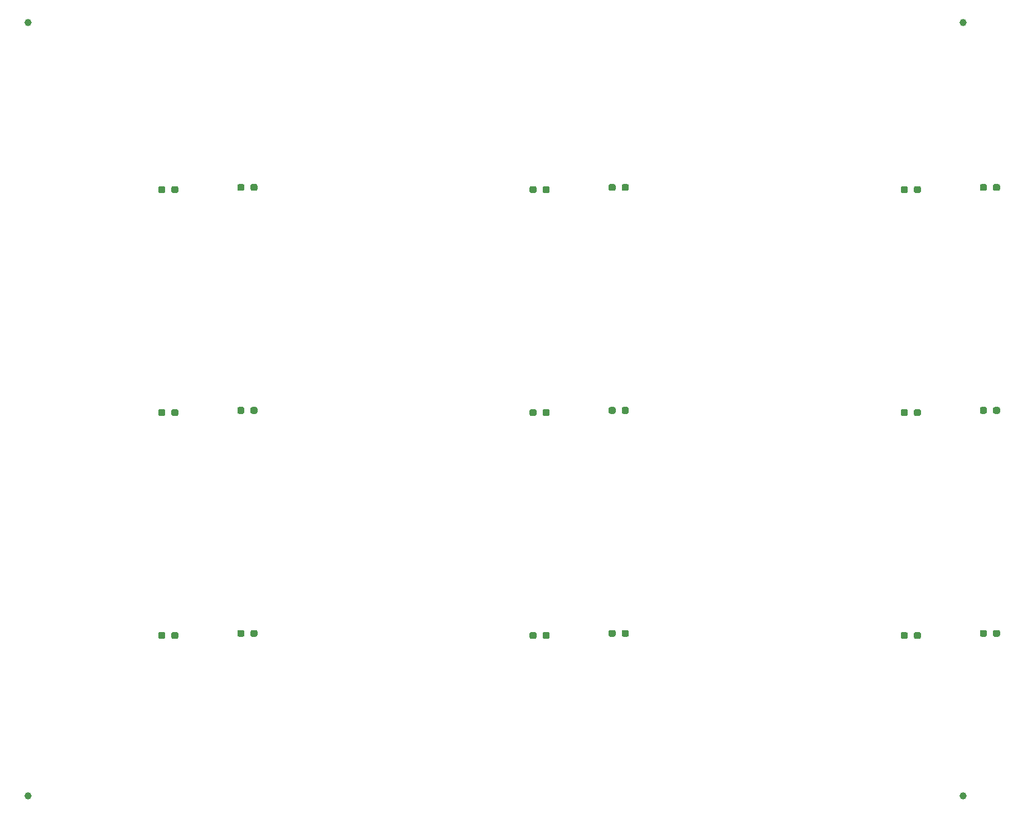
<source format=gbr>
%TF.GenerationSoftware,KiCad,Pcbnew,(5.1.8)-1*%
%TF.CreationDate,2021-02-10T13:28:32-06:00*%
%TF.ProjectId,PanelDrivers,50616e65-6c44-4726-9976-6572732e6b69,rev?*%
%TF.SameCoordinates,Original*%
%TF.FileFunction,Paste,Bot*%
%TF.FilePolarity,Positive*%
%FSLAX46Y46*%
G04 Gerber Fmt 4.6, Leading zero omitted, Abs format (unit mm)*
G04 Created by KiCad (PCBNEW (5.1.8)-1) date 2021-02-10 13:28:32*
%MOMM*%
%LPD*%
G01*
G04 APERTURE LIST*
%ADD10C,1.000000*%
G04 APERTURE END LIST*
%TO.C,R40*%
G36*
G01*
X194125000Y-132637500D02*
X194125000Y-132162500D01*
G75*
G02*
X194362500Y-131925000I237500J0D01*
G01*
X194862500Y-131925000D01*
G75*
G02*
X195100000Y-132162500I0J-237500D01*
G01*
X195100000Y-132637500D01*
G75*
G02*
X194862500Y-132875000I-237500J0D01*
G01*
X194362500Y-132875000D01*
G75*
G02*
X194125000Y-132637500I0J237500D01*
G01*
G37*
G36*
G01*
X192300000Y-132637500D02*
X192300000Y-132162500D01*
G75*
G02*
X192537500Y-131925000I237500J0D01*
G01*
X193037500Y-131925000D01*
G75*
G02*
X193275000Y-132162500I0J-237500D01*
G01*
X193275000Y-132637500D01*
G75*
G02*
X193037500Y-132875000I-237500J0D01*
G01*
X192537500Y-132875000D01*
G75*
G02*
X192300000Y-132637500I0J237500D01*
G01*
G37*
%TD*%
%TO.C,R40*%
G36*
G01*
X142525000Y-132637500D02*
X142525000Y-132162500D01*
G75*
G02*
X142762500Y-131925000I237500J0D01*
G01*
X143262500Y-131925000D01*
G75*
G02*
X143500000Y-132162500I0J-237500D01*
G01*
X143500000Y-132637500D01*
G75*
G02*
X143262500Y-132875000I-237500J0D01*
G01*
X142762500Y-132875000D01*
G75*
G02*
X142525000Y-132637500I0J237500D01*
G01*
G37*
G36*
G01*
X140700000Y-132637500D02*
X140700000Y-132162500D01*
G75*
G02*
X140937500Y-131925000I237500J0D01*
G01*
X141437500Y-131925000D01*
G75*
G02*
X141675000Y-132162500I0J-237500D01*
G01*
X141675000Y-132637500D01*
G75*
G02*
X141437500Y-132875000I-237500J0D01*
G01*
X140937500Y-132875000D01*
G75*
G02*
X140700000Y-132637500I0J237500D01*
G01*
G37*
%TD*%
%TO.C,R40*%
G36*
G01*
X90925000Y-132637500D02*
X90925000Y-132162500D01*
G75*
G02*
X91162500Y-131925000I237500J0D01*
G01*
X91662500Y-131925000D01*
G75*
G02*
X91900000Y-132162500I0J-237500D01*
G01*
X91900000Y-132637500D01*
G75*
G02*
X91662500Y-132875000I-237500J0D01*
G01*
X91162500Y-132875000D01*
G75*
G02*
X90925000Y-132637500I0J237500D01*
G01*
G37*
G36*
G01*
X89100000Y-132637500D02*
X89100000Y-132162500D01*
G75*
G02*
X89337500Y-131925000I237500J0D01*
G01*
X89837500Y-131925000D01*
G75*
G02*
X90075000Y-132162500I0J-237500D01*
G01*
X90075000Y-132637500D01*
G75*
G02*
X89837500Y-132875000I-237500J0D01*
G01*
X89337500Y-132875000D01*
G75*
G02*
X89100000Y-132637500I0J237500D01*
G01*
G37*
%TD*%
%TO.C,R40*%
G36*
G01*
X194125000Y-101637500D02*
X194125000Y-101162500D01*
G75*
G02*
X194362500Y-100925000I237500J0D01*
G01*
X194862500Y-100925000D01*
G75*
G02*
X195100000Y-101162500I0J-237500D01*
G01*
X195100000Y-101637500D01*
G75*
G02*
X194862500Y-101875000I-237500J0D01*
G01*
X194362500Y-101875000D01*
G75*
G02*
X194125000Y-101637500I0J237500D01*
G01*
G37*
G36*
G01*
X192300000Y-101637500D02*
X192300000Y-101162500D01*
G75*
G02*
X192537500Y-100925000I237500J0D01*
G01*
X193037500Y-100925000D01*
G75*
G02*
X193275000Y-101162500I0J-237500D01*
G01*
X193275000Y-101637500D01*
G75*
G02*
X193037500Y-101875000I-237500J0D01*
G01*
X192537500Y-101875000D01*
G75*
G02*
X192300000Y-101637500I0J237500D01*
G01*
G37*
%TD*%
%TO.C,R40*%
G36*
G01*
X142525000Y-101637500D02*
X142525000Y-101162500D01*
G75*
G02*
X142762500Y-100925000I237500J0D01*
G01*
X143262500Y-100925000D01*
G75*
G02*
X143500000Y-101162500I0J-237500D01*
G01*
X143500000Y-101637500D01*
G75*
G02*
X143262500Y-101875000I-237500J0D01*
G01*
X142762500Y-101875000D01*
G75*
G02*
X142525000Y-101637500I0J237500D01*
G01*
G37*
G36*
G01*
X140700000Y-101637500D02*
X140700000Y-101162500D01*
G75*
G02*
X140937500Y-100925000I237500J0D01*
G01*
X141437500Y-100925000D01*
G75*
G02*
X141675000Y-101162500I0J-237500D01*
G01*
X141675000Y-101637500D01*
G75*
G02*
X141437500Y-101875000I-237500J0D01*
G01*
X140937500Y-101875000D01*
G75*
G02*
X140700000Y-101637500I0J237500D01*
G01*
G37*
%TD*%
%TO.C,R40*%
G36*
G01*
X90925000Y-101637500D02*
X90925000Y-101162500D01*
G75*
G02*
X91162500Y-100925000I237500J0D01*
G01*
X91662500Y-100925000D01*
G75*
G02*
X91900000Y-101162500I0J-237500D01*
G01*
X91900000Y-101637500D01*
G75*
G02*
X91662500Y-101875000I-237500J0D01*
G01*
X91162500Y-101875000D01*
G75*
G02*
X90925000Y-101637500I0J237500D01*
G01*
G37*
G36*
G01*
X89100000Y-101637500D02*
X89100000Y-101162500D01*
G75*
G02*
X89337500Y-100925000I237500J0D01*
G01*
X89837500Y-100925000D01*
G75*
G02*
X90075000Y-101162500I0J-237500D01*
G01*
X90075000Y-101637500D01*
G75*
G02*
X89837500Y-101875000I-237500J0D01*
G01*
X89337500Y-101875000D01*
G75*
G02*
X89100000Y-101637500I0J237500D01*
G01*
G37*
%TD*%
%TO.C,R40*%
G36*
G01*
X194125000Y-70637500D02*
X194125000Y-70162500D01*
G75*
G02*
X194362500Y-69925000I237500J0D01*
G01*
X194862500Y-69925000D01*
G75*
G02*
X195100000Y-70162500I0J-237500D01*
G01*
X195100000Y-70637500D01*
G75*
G02*
X194862500Y-70875000I-237500J0D01*
G01*
X194362500Y-70875000D01*
G75*
G02*
X194125000Y-70637500I0J237500D01*
G01*
G37*
G36*
G01*
X192300000Y-70637500D02*
X192300000Y-70162500D01*
G75*
G02*
X192537500Y-69925000I237500J0D01*
G01*
X193037500Y-69925000D01*
G75*
G02*
X193275000Y-70162500I0J-237500D01*
G01*
X193275000Y-70637500D01*
G75*
G02*
X193037500Y-70875000I-237500J0D01*
G01*
X192537500Y-70875000D01*
G75*
G02*
X192300000Y-70637500I0J237500D01*
G01*
G37*
%TD*%
%TO.C,R40*%
G36*
G01*
X142525000Y-70637500D02*
X142525000Y-70162500D01*
G75*
G02*
X142762500Y-69925000I237500J0D01*
G01*
X143262500Y-69925000D01*
G75*
G02*
X143500000Y-70162500I0J-237500D01*
G01*
X143500000Y-70637500D01*
G75*
G02*
X143262500Y-70875000I-237500J0D01*
G01*
X142762500Y-70875000D01*
G75*
G02*
X142525000Y-70637500I0J237500D01*
G01*
G37*
G36*
G01*
X140700000Y-70637500D02*
X140700000Y-70162500D01*
G75*
G02*
X140937500Y-69925000I237500J0D01*
G01*
X141437500Y-69925000D01*
G75*
G02*
X141675000Y-70162500I0J-237500D01*
G01*
X141675000Y-70637500D01*
G75*
G02*
X141437500Y-70875000I-237500J0D01*
G01*
X140937500Y-70875000D01*
G75*
G02*
X140700000Y-70637500I0J237500D01*
G01*
G37*
%TD*%
%TO.C,R41*%
G36*
G01*
X181300000Y-132937500D02*
X181300000Y-132462500D01*
G75*
G02*
X181537500Y-132225000I237500J0D01*
G01*
X182037500Y-132225000D01*
G75*
G02*
X182275000Y-132462500I0J-237500D01*
G01*
X182275000Y-132937500D01*
G75*
G02*
X182037500Y-133175000I-237500J0D01*
G01*
X181537500Y-133175000D01*
G75*
G02*
X181300000Y-132937500I0J237500D01*
G01*
G37*
G36*
G01*
X183125000Y-132937500D02*
X183125000Y-132462500D01*
G75*
G02*
X183362500Y-132225000I237500J0D01*
G01*
X183862500Y-132225000D01*
G75*
G02*
X184100000Y-132462500I0J-237500D01*
G01*
X184100000Y-132937500D01*
G75*
G02*
X183862500Y-133175000I-237500J0D01*
G01*
X183362500Y-133175000D01*
G75*
G02*
X183125000Y-132937500I0J237500D01*
G01*
G37*
%TD*%
%TO.C,R41*%
G36*
G01*
X129700000Y-132937500D02*
X129700000Y-132462500D01*
G75*
G02*
X129937500Y-132225000I237500J0D01*
G01*
X130437500Y-132225000D01*
G75*
G02*
X130675000Y-132462500I0J-237500D01*
G01*
X130675000Y-132937500D01*
G75*
G02*
X130437500Y-133175000I-237500J0D01*
G01*
X129937500Y-133175000D01*
G75*
G02*
X129700000Y-132937500I0J237500D01*
G01*
G37*
G36*
G01*
X131525000Y-132937500D02*
X131525000Y-132462500D01*
G75*
G02*
X131762500Y-132225000I237500J0D01*
G01*
X132262500Y-132225000D01*
G75*
G02*
X132500000Y-132462500I0J-237500D01*
G01*
X132500000Y-132937500D01*
G75*
G02*
X132262500Y-133175000I-237500J0D01*
G01*
X131762500Y-133175000D01*
G75*
G02*
X131525000Y-132937500I0J237500D01*
G01*
G37*
%TD*%
%TO.C,R41*%
G36*
G01*
X78100000Y-132937500D02*
X78100000Y-132462500D01*
G75*
G02*
X78337500Y-132225000I237500J0D01*
G01*
X78837500Y-132225000D01*
G75*
G02*
X79075000Y-132462500I0J-237500D01*
G01*
X79075000Y-132937500D01*
G75*
G02*
X78837500Y-133175000I-237500J0D01*
G01*
X78337500Y-133175000D01*
G75*
G02*
X78100000Y-132937500I0J237500D01*
G01*
G37*
G36*
G01*
X79925000Y-132937500D02*
X79925000Y-132462500D01*
G75*
G02*
X80162500Y-132225000I237500J0D01*
G01*
X80662500Y-132225000D01*
G75*
G02*
X80900000Y-132462500I0J-237500D01*
G01*
X80900000Y-132937500D01*
G75*
G02*
X80662500Y-133175000I-237500J0D01*
G01*
X80162500Y-133175000D01*
G75*
G02*
X79925000Y-132937500I0J237500D01*
G01*
G37*
%TD*%
%TO.C,R41*%
G36*
G01*
X181300000Y-101937500D02*
X181300000Y-101462500D01*
G75*
G02*
X181537500Y-101225000I237500J0D01*
G01*
X182037500Y-101225000D01*
G75*
G02*
X182275000Y-101462500I0J-237500D01*
G01*
X182275000Y-101937500D01*
G75*
G02*
X182037500Y-102175000I-237500J0D01*
G01*
X181537500Y-102175000D01*
G75*
G02*
X181300000Y-101937500I0J237500D01*
G01*
G37*
G36*
G01*
X183125000Y-101937500D02*
X183125000Y-101462500D01*
G75*
G02*
X183362500Y-101225000I237500J0D01*
G01*
X183862500Y-101225000D01*
G75*
G02*
X184100000Y-101462500I0J-237500D01*
G01*
X184100000Y-101937500D01*
G75*
G02*
X183862500Y-102175000I-237500J0D01*
G01*
X183362500Y-102175000D01*
G75*
G02*
X183125000Y-101937500I0J237500D01*
G01*
G37*
%TD*%
%TO.C,R41*%
G36*
G01*
X129700000Y-101937500D02*
X129700000Y-101462500D01*
G75*
G02*
X129937500Y-101225000I237500J0D01*
G01*
X130437500Y-101225000D01*
G75*
G02*
X130675000Y-101462500I0J-237500D01*
G01*
X130675000Y-101937500D01*
G75*
G02*
X130437500Y-102175000I-237500J0D01*
G01*
X129937500Y-102175000D01*
G75*
G02*
X129700000Y-101937500I0J237500D01*
G01*
G37*
G36*
G01*
X131525000Y-101937500D02*
X131525000Y-101462500D01*
G75*
G02*
X131762500Y-101225000I237500J0D01*
G01*
X132262500Y-101225000D01*
G75*
G02*
X132500000Y-101462500I0J-237500D01*
G01*
X132500000Y-101937500D01*
G75*
G02*
X132262500Y-102175000I-237500J0D01*
G01*
X131762500Y-102175000D01*
G75*
G02*
X131525000Y-101937500I0J237500D01*
G01*
G37*
%TD*%
%TO.C,R41*%
G36*
G01*
X78100000Y-101937500D02*
X78100000Y-101462500D01*
G75*
G02*
X78337500Y-101225000I237500J0D01*
G01*
X78837500Y-101225000D01*
G75*
G02*
X79075000Y-101462500I0J-237500D01*
G01*
X79075000Y-101937500D01*
G75*
G02*
X78837500Y-102175000I-237500J0D01*
G01*
X78337500Y-102175000D01*
G75*
G02*
X78100000Y-101937500I0J237500D01*
G01*
G37*
G36*
G01*
X79925000Y-101937500D02*
X79925000Y-101462500D01*
G75*
G02*
X80162500Y-101225000I237500J0D01*
G01*
X80662500Y-101225000D01*
G75*
G02*
X80900000Y-101462500I0J-237500D01*
G01*
X80900000Y-101937500D01*
G75*
G02*
X80662500Y-102175000I-237500J0D01*
G01*
X80162500Y-102175000D01*
G75*
G02*
X79925000Y-101937500I0J237500D01*
G01*
G37*
%TD*%
%TO.C,R41*%
G36*
G01*
X181300000Y-70937500D02*
X181300000Y-70462500D01*
G75*
G02*
X181537500Y-70225000I237500J0D01*
G01*
X182037500Y-70225000D01*
G75*
G02*
X182275000Y-70462500I0J-237500D01*
G01*
X182275000Y-70937500D01*
G75*
G02*
X182037500Y-71175000I-237500J0D01*
G01*
X181537500Y-71175000D01*
G75*
G02*
X181300000Y-70937500I0J237500D01*
G01*
G37*
G36*
G01*
X183125000Y-70937500D02*
X183125000Y-70462500D01*
G75*
G02*
X183362500Y-70225000I237500J0D01*
G01*
X183862500Y-70225000D01*
G75*
G02*
X184100000Y-70462500I0J-237500D01*
G01*
X184100000Y-70937500D01*
G75*
G02*
X183862500Y-71175000I-237500J0D01*
G01*
X183362500Y-71175000D01*
G75*
G02*
X183125000Y-70937500I0J237500D01*
G01*
G37*
%TD*%
%TO.C,R41*%
G36*
G01*
X129700000Y-70937500D02*
X129700000Y-70462500D01*
G75*
G02*
X129937500Y-70225000I237500J0D01*
G01*
X130437500Y-70225000D01*
G75*
G02*
X130675000Y-70462500I0J-237500D01*
G01*
X130675000Y-70937500D01*
G75*
G02*
X130437500Y-71175000I-237500J0D01*
G01*
X129937500Y-71175000D01*
G75*
G02*
X129700000Y-70937500I0J237500D01*
G01*
G37*
G36*
G01*
X131525000Y-70937500D02*
X131525000Y-70462500D01*
G75*
G02*
X131762500Y-70225000I237500J0D01*
G01*
X132262500Y-70225000D01*
G75*
G02*
X132500000Y-70462500I0J-237500D01*
G01*
X132500000Y-70937500D01*
G75*
G02*
X132262500Y-71175000I-237500J0D01*
G01*
X131762500Y-71175000D01*
G75*
G02*
X131525000Y-70937500I0J237500D01*
G01*
G37*
%TD*%
D10*
%TO.C,FD2*%
X60000000Y-155000000D03*
%TD*%
%TO.C,FD2*%
X190000000Y-155000000D03*
%TD*%
%TO.C,FD2*%
X190000000Y-47500000D03*
%TD*%
%TO.C,FD2*%
X60000000Y-47500000D03*
%TD*%
%TO.C,R40*%
G36*
G01*
X89100000Y-70637500D02*
X89100000Y-70162500D01*
G75*
G02*
X89337500Y-69925000I237500J0D01*
G01*
X89837500Y-69925000D01*
G75*
G02*
X90075000Y-70162500I0J-237500D01*
G01*
X90075000Y-70637500D01*
G75*
G02*
X89837500Y-70875000I-237500J0D01*
G01*
X89337500Y-70875000D01*
G75*
G02*
X89100000Y-70637500I0J237500D01*
G01*
G37*
G36*
G01*
X90925000Y-70637500D02*
X90925000Y-70162500D01*
G75*
G02*
X91162500Y-69925000I237500J0D01*
G01*
X91662500Y-69925000D01*
G75*
G02*
X91900000Y-70162500I0J-237500D01*
G01*
X91900000Y-70637500D01*
G75*
G02*
X91662500Y-70875000I-237500J0D01*
G01*
X91162500Y-70875000D01*
G75*
G02*
X90925000Y-70637500I0J237500D01*
G01*
G37*
%TD*%
%TO.C,R41*%
G36*
G01*
X79925000Y-70937500D02*
X79925000Y-70462500D01*
G75*
G02*
X80162500Y-70225000I237500J0D01*
G01*
X80662500Y-70225000D01*
G75*
G02*
X80900000Y-70462500I0J-237500D01*
G01*
X80900000Y-70937500D01*
G75*
G02*
X80662500Y-71175000I-237500J0D01*
G01*
X80162500Y-71175000D01*
G75*
G02*
X79925000Y-70937500I0J237500D01*
G01*
G37*
G36*
G01*
X78100000Y-70937500D02*
X78100000Y-70462500D01*
G75*
G02*
X78337500Y-70225000I237500J0D01*
G01*
X78837500Y-70225000D01*
G75*
G02*
X79075000Y-70462500I0J-237500D01*
G01*
X79075000Y-70937500D01*
G75*
G02*
X78837500Y-71175000I-237500J0D01*
G01*
X78337500Y-71175000D01*
G75*
G02*
X78100000Y-70937500I0J237500D01*
G01*
G37*
%TD*%
M02*

</source>
